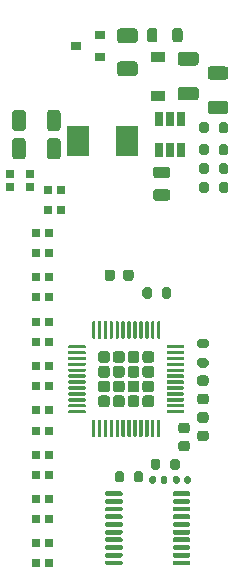
<source format=gbr>
%TF.GenerationSoftware,KiCad,Pcbnew,(5.1.9-0-10_14)*%
%TF.CreationDate,2021-01-20T14:18:15+11:00*%
%TF.ProjectId,ControlBreakout,436f6e74-726f-46c4-9272-65616b6f7574,rev?*%
%TF.SameCoordinates,Original*%
%TF.FileFunction,Paste,Top*%
%TF.FilePolarity,Positive*%
%FSLAX46Y46*%
G04 Gerber Fmt 4.6, Leading zero omitted, Abs format (unit mm)*
G04 Created by KiCad (PCBNEW (5.1.9-0-10_14)) date 2021-01-20 14:18:15*
%MOMM*%
%LPD*%
G01*
G04 APERTURE LIST*
%ADD10R,0.700000X0.800000*%
%ADD11R,0.650000X1.220000*%
%ADD12R,0.900000X0.800000*%
%ADD13R,1.900000X2.500000*%
%ADD14R,1.200000X0.900000*%
%ADD15R,0.800000X0.700000*%
G04 APERTURE END LIST*
%TO.C,U1*%
G36*
G01*
X118045000Y-114405000D02*
X118045000Y-114205000D01*
G75*
G02*
X118145000Y-114105000I100000J0D01*
G01*
X119420000Y-114105000D01*
G75*
G02*
X119520000Y-114205000I0J-100000D01*
G01*
X119520000Y-114405000D01*
G75*
G02*
X119420000Y-114505000I-100000J0D01*
G01*
X118145000Y-114505000D01*
G75*
G02*
X118045000Y-114405000I0J100000D01*
G01*
G37*
G36*
G01*
X118045000Y-115055000D02*
X118045000Y-114855000D01*
G75*
G02*
X118145000Y-114755000I100000J0D01*
G01*
X119420000Y-114755000D01*
G75*
G02*
X119520000Y-114855000I0J-100000D01*
G01*
X119520000Y-115055000D01*
G75*
G02*
X119420000Y-115155000I-100000J0D01*
G01*
X118145000Y-115155000D01*
G75*
G02*
X118045000Y-115055000I0J100000D01*
G01*
G37*
G36*
G01*
X118045000Y-115705000D02*
X118045000Y-115505000D01*
G75*
G02*
X118145000Y-115405000I100000J0D01*
G01*
X119420000Y-115405000D01*
G75*
G02*
X119520000Y-115505000I0J-100000D01*
G01*
X119520000Y-115705000D01*
G75*
G02*
X119420000Y-115805000I-100000J0D01*
G01*
X118145000Y-115805000D01*
G75*
G02*
X118045000Y-115705000I0J100000D01*
G01*
G37*
G36*
G01*
X118045000Y-116355000D02*
X118045000Y-116155000D01*
G75*
G02*
X118145000Y-116055000I100000J0D01*
G01*
X119420000Y-116055000D01*
G75*
G02*
X119520000Y-116155000I0J-100000D01*
G01*
X119520000Y-116355000D01*
G75*
G02*
X119420000Y-116455000I-100000J0D01*
G01*
X118145000Y-116455000D01*
G75*
G02*
X118045000Y-116355000I0J100000D01*
G01*
G37*
G36*
G01*
X118045000Y-117005000D02*
X118045000Y-116805000D01*
G75*
G02*
X118145000Y-116705000I100000J0D01*
G01*
X119420000Y-116705000D01*
G75*
G02*
X119520000Y-116805000I0J-100000D01*
G01*
X119520000Y-117005000D01*
G75*
G02*
X119420000Y-117105000I-100000J0D01*
G01*
X118145000Y-117105000D01*
G75*
G02*
X118045000Y-117005000I0J100000D01*
G01*
G37*
G36*
G01*
X118045000Y-117655000D02*
X118045000Y-117455000D01*
G75*
G02*
X118145000Y-117355000I100000J0D01*
G01*
X119420000Y-117355000D01*
G75*
G02*
X119520000Y-117455000I0J-100000D01*
G01*
X119520000Y-117655000D01*
G75*
G02*
X119420000Y-117755000I-100000J0D01*
G01*
X118145000Y-117755000D01*
G75*
G02*
X118045000Y-117655000I0J100000D01*
G01*
G37*
G36*
G01*
X118045000Y-118305000D02*
X118045000Y-118105000D01*
G75*
G02*
X118145000Y-118005000I100000J0D01*
G01*
X119420000Y-118005000D01*
G75*
G02*
X119520000Y-118105000I0J-100000D01*
G01*
X119520000Y-118305000D01*
G75*
G02*
X119420000Y-118405000I-100000J0D01*
G01*
X118145000Y-118405000D01*
G75*
G02*
X118045000Y-118305000I0J100000D01*
G01*
G37*
G36*
G01*
X118045000Y-118955000D02*
X118045000Y-118755000D01*
G75*
G02*
X118145000Y-118655000I100000J0D01*
G01*
X119420000Y-118655000D01*
G75*
G02*
X119520000Y-118755000I0J-100000D01*
G01*
X119520000Y-118955000D01*
G75*
G02*
X119420000Y-119055000I-100000J0D01*
G01*
X118145000Y-119055000D01*
G75*
G02*
X118045000Y-118955000I0J100000D01*
G01*
G37*
G36*
G01*
X118045000Y-119605000D02*
X118045000Y-119405000D01*
G75*
G02*
X118145000Y-119305000I100000J0D01*
G01*
X119420000Y-119305000D01*
G75*
G02*
X119520000Y-119405000I0J-100000D01*
G01*
X119520000Y-119605000D01*
G75*
G02*
X119420000Y-119705000I-100000J0D01*
G01*
X118145000Y-119705000D01*
G75*
G02*
X118045000Y-119605000I0J100000D01*
G01*
G37*
G36*
G01*
X118045000Y-120255000D02*
X118045000Y-120055000D01*
G75*
G02*
X118145000Y-119955000I100000J0D01*
G01*
X119420000Y-119955000D01*
G75*
G02*
X119520000Y-120055000I0J-100000D01*
G01*
X119520000Y-120255000D01*
G75*
G02*
X119420000Y-120355000I-100000J0D01*
G01*
X118145000Y-120355000D01*
G75*
G02*
X118045000Y-120255000I0J100000D01*
G01*
G37*
G36*
G01*
X112320000Y-120255000D02*
X112320000Y-120055000D01*
G75*
G02*
X112420000Y-119955000I100000J0D01*
G01*
X113695000Y-119955000D01*
G75*
G02*
X113795000Y-120055000I0J-100000D01*
G01*
X113795000Y-120255000D01*
G75*
G02*
X113695000Y-120355000I-100000J0D01*
G01*
X112420000Y-120355000D01*
G75*
G02*
X112320000Y-120255000I0J100000D01*
G01*
G37*
G36*
G01*
X112320000Y-119605000D02*
X112320000Y-119405000D01*
G75*
G02*
X112420000Y-119305000I100000J0D01*
G01*
X113695000Y-119305000D01*
G75*
G02*
X113795000Y-119405000I0J-100000D01*
G01*
X113795000Y-119605000D01*
G75*
G02*
X113695000Y-119705000I-100000J0D01*
G01*
X112420000Y-119705000D01*
G75*
G02*
X112320000Y-119605000I0J100000D01*
G01*
G37*
G36*
G01*
X112320000Y-118955000D02*
X112320000Y-118755000D01*
G75*
G02*
X112420000Y-118655000I100000J0D01*
G01*
X113695000Y-118655000D01*
G75*
G02*
X113795000Y-118755000I0J-100000D01*
G01*
X113795000Y-118955000D01*
G75*
G02*
X113695000Y-119055000I-100000J0D01*
G01*
X112420000Y-119055000D01*
G75*
G02*
X112320000Y-118955000I0J100000D01*
G01*
G37*
G36*
G01*
X112320000Y-118305000D02*
X112320000Y-118105000D01*
G75*
G02*
X112420000Y-118005000I100000J0D01*
G01*
X113695000Y-118005000D01*
G75*
G02*
X113795000Y-118105000I0J-100000D01*
G01*
X113795000Y-118305000D01*
G75*
G02*
X113695000Y-118405000I-100000J0D01*
G01*
X112420000Y-118405000D01*
G75*
G02*
X112320000Y-118305000I0J100000D01*
G01*
G37*
G36*
G01*
X112320000Y-117655000D02*
X112320000Y-117455000D01*
G75*
G02*
X112420000Y-117355000I100000J0D01*
G01*
X113695000Y-117355000D01*
G75*
G02*
X113795000Y-117455000I0J-100000D01*
G01*
X113795000Y-117655000D01*
G75*
G02*
X113695000Y-117755000I-100000J0D01*
G01*
X112420000Y-117755000D01*
G75*
G02*
X112320000Y-117655000I0J100000D01*
G01*
G37*
G36*
G01*
X112320000Y-117005000D02*
X112320000Y-116805000D01*
G75*
G02*
X112420000Y-116705000I100000J0D01*
G01*
X113695000Y-116705000D01*
G75*
G02*
X113795000Y-116805000I0J-100000D01*
G01*
X113795000Y-117005000D01*
G75*
G02*
X113695000Y-117105000I-100000J0D01*
G01*
X112420000Y-117105000D01*
G75*
G02*
X112320000Y-117005000I0J100000D01*
G01*
G37*
G36*
G01*
X112320000Y-116355000D02*
X112320000Y-116155000D01*
G75*
G02*
X112420000Y-116055000I100000J0D01*
G01*
X113695000Y-116055000D01*
G75*
G02*
X113795000Y-116155000I0J-100000D01*
G01*
X113795000Y-116355000D01*
G75*
G02*
X113695000Y-116455000I-100000J0D01*
G01*
X112420000Y-116455000D01*
G75*
G02*
X112320000Y-116355000I0J100000D01*
G01*
G37*
G36*
G01*
X112320000Y-115705000D02*
X112320000Y-115505000D01*
G75*
G02*
X112420000Y-115405000I100000J0D01*
G01*
X113695000Y-115405000D01*
G75*
G02*
X113795000Y-115505000I0J-100000D01*
G01*
X113795000Y-115705000D01*
G75*
G02*
X113695000Y-115805000I-100000J0D01*
G01*
X112420000Y-115805000D01*
G75*
G02*
X112320000Y-115705000I0J100000D01*
G01*
G37*
G36*
G01*
X112320000Y-115055000D02*
X112320000Y-114855000D01*
G75*
G02*
X112420000Y-114755000I100000J0D01*
G01*
X113695000Y-114755000D01*
G75*
G02*
X113795000Y-114855000I0J-100000D01*
G01*
X113795000Y-115055000D01*
G75*
G02*
X113695000Y-115155000I-100000J0D01*
G01*
X112420000Y-115155000D01*
G75*
G02*
X112320000Y-115055000I0J100000D01*
G01*
G37*
G36*
G01*
X112320000Y-114405000D02*
X112320000Y-114205000D01*
G75*
G02*
X112420000Y-114105000I100000J0D01*
G01*
X113695000Y-114105000D01*
G75*
G02*
X113795000Y-114205000I0J-100000D01*
G01*
X113795000Y-114405000D01*
G75*
G02*
X113695000Y-114505000I-100000J0D01*
G01*
X112420000Y-114505000D01*
G75*
G02*
X112320000Y-114405000I0J100000D01*
G01*
G37*
%TD*%
%TO.C,U4*%
G36*
G01*
X111970000Y-105970000D02*
X112480000Y-105970000D01*
G75*
G02*
X112730000Y-106220000I0J-250000D01*
G01*
X112730000Y-106730000D01*
G75*
G02*
X112480000Y-106980000I-250000J0D01*
G01*
X111970000Y-106980000D01*
G75*
G02*
X111720000Y-106730000I0J250000D01*
G01*
X111720000Y-106220000D01*
G75*
G02*
X111970000Y-105970000I250000J0D01*
G01*
G37*
G36*
G01*
X113220000Y-105970000D02*
X113730000Y-105970000D01*
G75*
G02*
X113980000Y-106220000I0J-250000D01*
G01*
X113980000Y-106730000D01*
G75*
G02*
X113730000Y-106980000I-250000J0D01*
G01*
X113220000Y-106980000D01*
G75*
G02*
X112970000Y-106730000I0J250000D01*
G01*
X112970000Y-106220000D01*
G75*
G02*
X113220000Y-105970000I250000J0D01*
G01*
G37*
G36*
G01*
X114470000Y-105970000D02*
X114980000Y-105970000D01*
G75*
G02*
X115230000Y-106220000I0J-250000D01*
G01*
X115230000Y-106730000D01*
G75*
G02*
X114980000Y-106980000I-250000J0D01*
G01*
X114470000Y-106980000D01*
G75*
G02*
X114220000Y-106730000I0J250000D01*
G01*
X114220000Y-106220000D01*
G75*
G02*
X114470000Y-105970000I250000J0D01*
G01*
G37*
G36*
G01*
X115720000Y-105970000D02*
X116230000Y-105970000D01*
G75*
G02*
X116480000Y-106220000I0J-250000D01*
G01*
X116480000Y-106730000D01*
G75*
G02*
X116230000Y-106980000I-250000J0D01*
G01*
X115720000Y-106980000D01*
G75*
G02*
X115470000Y-106730000I0J250000D01*
G01*
X115470000Y-106220000D01*
G75*
G02*
X115720000Y-105970000I250000J0D01*
G01*
G37*
G36*
G01*
X111970000Y-104720000D02*
X112480000Y-104720000D01*
G75*
G02*
X112730000Y-104970000I0J-250000D01*
G01*
X112730000Y-105480000D01*
G75*
G02*
X112480000Y-105730000I-250000J0D01*
G01*
X111970000Y-105730000D01*
G75*
G02*
X111720000Y-105480000I0J250000D01*
G01*
X111720000Y-104970000D01*
G75*
G02*
X111970000Y-104720000I250000J0D01*
G01*
G37*
G36*
G01*
X113220000Y-104720000D02*
X113730000Y-104720000D01*
G75*
G02*
X113980000Y-104970000I0J-250000D01*
G01*
X113980000Y-105480000D01*
G75*
G02*
X113730000Y-105730000I-250000J0D01*
G01*
X113220000Y-105730000D01*
G75*
G02*
X112970000Y-105480000I0J250000D01*
G01*
X112970000Y-104970000D01*
G75*
G02*
X113220000Y-104720000I250000J0D01*
G01*
G37*
G36*
G01*
X114470000Y-104720000D02*
X114980000Y-104720000D01*
G75*
G02*
X115230000Y-104970000I0J-250000D01*
G01*
X115230000Y-105480000D01*
G75*
G02*
X114980000Y-105730000I-250000J0D01*
G01*
X114470000Y-105730000D01*
G75*
G02*
X114220000Y-105480000I0J250000D01*
G01*
X114220000Y-104970000D01*
G75*
G02*
X114470000Y-104720000I250000J0D01*
G01*
G37*
G36*
G01*
X115720000Y-104720000D02*
X116230000Y-104720000D01*
G75*
G02*
X116480000Y-104970000I0J-250000D01*
G01*
X116480000Y-105480000D01*
G75*
G02*
X116230000Y-105730000I-250000J0D01*
G01*
X115720000Y-105730000D01*
G75*
G02*
X115470000Y-105480000I0J250000D01*
G01*
X115470000Y-104970000D01*
G75*
G02*
X115720000Y-104720000I250000J0D01*
G01*
G37*
G36*
G01*
X111970000Y-103470000D02*
X112480000Y-103470000D01*
G75*
G02*
X112730000Y-103720000I0J-250000D01*
G01*
X112730000Y-104230000D01*
G75*
G02*
X112480000Y-104480000I-250000J0D01*
G01*
X111970000Y-104480000D01*
G75*
G02*
X111720000Y-104230000I0J250000D01*
G01*
X111720000Y-103720000D01*
G75*
G02*
X111970000Y-103470000I250000J0D01*
G01*
G37*
G36*
G01*
X113220000Y-103470000D02*
X113730000Y-103470000D01*
G75*
G02*
X113980000Y-103720000I0J-250000D01*
G01*
X113980000Y-104230000D01*
G75*
G02*
X113730000Y-104480000I-250000J0D01*
G01*
X113220000Y-104480000D01*
G75*
G02*
X112970000Y-104230000I0J250000D01*
G01*
X112970000Y-103720000D01*
G75*
G02*
X113220000Y-103470000I250000J0D01*
G01*
G37*
G36*
G01*
X114470000Y-103470000D02*
X114980000Y-103470000D01*
G75*
G02*
X115230000Y-103720000I0J-250000D01*
G01*
X115230000Y-104230000D01*
G75*
G02*
X114980000Y-104480000I-250000J0D01*
G01*
X114470000Y-104480000D01*
G75*
G02*
X114220000Y-104230000I0J250000D01*
G01*
X114220000Y-103720000D01*
G75*
G02*
X114470000Y-103470000I250000J0D01*
G01*
G37*
G36*
G01*
X115720000Y-103470000D02*
X116230000Y-103470000D01*
G75*
G02*
X116480000Y-103720000I0J-250000D01*
G01*
X116480000Y-104230000D01*
G75*
G02*
X116230000Y-104480000I-250000J0D01*
G01*
X115720000Y-104480000D01*
G75*
G02*
X115470000Y-104230000I0J250000D01*
G01*
X115470000Y-103720000D01*
G75*
G02*
X115720000Y-103470000I250000J0D01*
G01*
G37*
G36*
G01*
X111970000Y-102220000D02*
X112480000Y-102220000D01*
G75*
G02*
X112730000Y-102470000I0J-250000D01*
G01*
X112730000Y-102980000D01*
G75*
G02*
X112480000Y-103230000I-250000J0D01*
G01*
X111970000Y-103230000D01*
G75*
G02*
X111720000Y-102980000I0J250000D01*
G01*
X111720000Y-102470000D01*
G75*
G02*
X111970000Y-102220000I250000J0D01*
G01*
G37*
G36*
G01*
X113220000Y-102220000D02*
X113730000Y-102220000D01*
G75*
G02*
X113980000Y-102470000I0J-250000D01*
G01*
X113980000Y-102980000D01*
G75*
G02*
X113730000Y-103230000I-250000J0D01*
G01*
X113220000Y-103230000D01*
G75*
G02*
X112970000Y-102980000I0J250000D01*
G01*
X112970000Y-102470000D01*
G75*
G02*
X113220000Y-102220000I250000J0D01*
G01*
G37*
G36*
G01*
X114470000Y-102220000D02*
X114980000Y-102220000D01*
G75*
G02*
X115230000Y-102470000I0J-250000D01*
G01*
X115230000Y-102980000D01*
G75*
G02*
X114980000Y-103230000I-250000J0D01*
G01*
X114470000Y-103230000D01*
G75*
G02*
X114220000Y-102980000I0J250000D01*
G01*
X114220000Y-102470000D01*
G75*
G02*
X114470000Y-102220000I250000J0D01*
G01*
G37*
G36*
G01*
X115720000Y-102220000D02*
X116230000Y-102220000D01*
G75*
G02*
X116480000Y-102470000I0J-250000D01*
G01*
X116480000Y-102980000D01*
G75*
G02*
X116230000Y-103230000I-250000J0D01*
G01*
X115720000Y-103230000D01*
G75*
G02*
X115470000Y-102980000I0J250000D01*
G01*
X115470000Y-102470000D01*
G75*
G02*
X115720000Y-102220000I250000J0D01*
G01*
G37*
G36*
G01*
X117600000Y-101700000D02*
X118925000Y-101700000D01*
G75*
G02*
X119000000Y-101775000I0J-75000D01*
G01*
X119000000Y-101925000D01*
G75*
G02*
X118925000Y-102000000I-75000J0D01*
G01*
X117600000Y-102000000D01*
G75*
G02*
X117525000Y-101925000I0J75000D01*
G01*
X117525000Y-101775000D01*
G75*
G02*
X117600000Y-101700000I75000J0D01*
G01*
G37*
G36*
G01*
X117600000Y-102200000D02*
X118925000Y-102200000D01*
G75*
G02*
X119000000Y-102275000I0J-75000D01*
G01*
X119000000Y-102425000D01*
G75*
G02*
X118925000Y-102500000I-75000J0D01*
G01*
X117600000Y-102500000D01*
G75*
G02*
X117525000Y-102425000I0J75000D01*
G01*
X117525000Y-102275000D01*
G75*
G02*
X117600000Y-102200000I75000J0D01*
G01*
G37*
G36*
G01*
X117600000Y-102700000D02*
X118925000Y-102700000D01*
G75*
G02*
X119000000Y-102775000I0J-75000D01*
G01*
X119000000Y-102925000D01*
G75*
G02*
X118925000Y-103000000I-75000J0D01*
G01*
X117600000Y-103000000D01*
G75*
G02*
X117525000Y-102925000I0J75000D01*
G01*
X117525000Y-102775000D01*
G75*
G02*
X117600000Y-102700000I75000J0D01*
G01*
G37*
G36*
G01*
X117600000Y-103200000D02*
X118925000Y-103200000D01*
G75*
G02*
X119000000Y-103275000I0J-75000D01*
G01*
X119000000Y-103425000D01*
G75*
G02*
X118925000Y-103500000I-75000J0D01*
G01*
X117600000Y-103500000D01*
G75*
G02*
X117525000Y-103425000I0J75000D01*
G01*
X117525000Y-103275000D01*
G75*
G02*
X117600000Y-103200000I75000J0D01*
G01*
G37*
G36*
G01*
X117600000Y-103700000D02*
X118925000Y-103700000D01*
G75*
G02*
X119000000Y-103775000I0J-75000D01*
G01*
X119000000Y-103925000D01*
G75*
G02*
X118925000Y-104000000I-75000J0D01*
G01*
X117600000Y-104000000D01*
G75*
G02*
X117525000Y-103925000I0J75000D01*
G01*
X117525000Y-103775000D01*
G75*
G02*
X117600000Y-103700000I75000J0D01*
G01*
G37*
G36*
G01*
X117600000Y-104200000D02*
X118925000Y-104200000D01*
G75*
G02*
X119000000Y-104275000I0J-75000D01*
G01*
X119000000Y-104425000D01*
G75*
G02*
X118925000Y-104500000I-75000J0D01*
G01*
X117600000Y-104500000D01*
G75*
G02*
X117525000Y-104425000I0J75000D01*
G01*
X117525000Y-104275000D01*
G75*
G02*
X117600000Y-104200000I75000J0D01*
G01*
G37*
G36*
G01*
X117600000Y-104700000D02*
X118925000Y-104700000D01*
G75*
G02*
X119000000Y-104775000I0J-75000D01*
G01*
X119000000Y-104925000D01*
G75*
G02*
X118925000Y-105000000I-75000J0D01*
G01*
X117600000Y-105000000D01*
G75*
G02*
X117525000Y-104925000I0J75000D01*
G01*
X117525000Y-104775000D01*
G75*
G02*
X117600000Y-104700000I75000J0D01*
G01*
G37*
G36*
G01*
X117600000Y-105200000D02*
X118925000Y-105200000D01*
G75*
G02*
X119000000Y-105275000I0J-75000D01*
G01*
X119000000Y-105425000D01*
G75*
G02*
X118925000Y-105500000I-75000J0D01*
G01*
X117600000Y-105500000D01*
G75*
G02*
X117525000Y-105425000I0J75000D01*
G01*
X117525000Y-105275000D01*
G75*
G02*
X117600000Y-105200000I75000J0D01*
G01*
G37*
G36*
G01*
X117600000Y-105700000D02*
X118925000Y-105700000D01*
G75*
G02*
X119000000Y-105775000I0J-75000D01*
G01*
X119000000Y-105925000D01*
G75*
G02*
X118925000Y-106000000I-75000J0D01*
G01*
X117600000Y-106000000D01*
G75*
G02*
X117525000Y-105925000I0J75000D01*
G01*
X117525000Y-105775000D01*
G75*
G02*
X117600000Y-105700000I75000J0D01*
G01*
G37*
G36*
G01*
X117600000Y-106200000D02*
X118925000Y-106200000D01*
G75*
G02*
X119000000Y-106275000I0J-75000D01*
G01*
X119000000Y-106425000D01*
G75*
G02*
X118925000Y-106500000I-75000J0D01*
G01*
X117600000Y-106500000D01*
G75*
G02*
X117525000Y-106425000I0J75000D01*
G01*
X117525000Y-106275000D01*
G75*
G02*
X117600000Y-106200000I75000J0D01*
G01*
G37*
G36*
G01*
X117600000Y-106700000D02*
X118925000Y-106700000D01*
G75*
G02*
X119000000Y-106775000I0J-75000D01*
G01*
X119000000Y-106925000D01*
G75*
G02*
X118925000Y-107000000I-75000J0D01*
G01*
X117600000Y-107000000D01*
G75*
G02*
X117525000Y-106925000I0J75000D01*
G01*
X117525000Y-106775000D01*
G75*
G02*
X117600000Y-106700000I75000J0D01*
G01*
G37*
G36*
G01*
X117600000Y-107200000D02*
X118925000Y-107200000D01*
G75*
G02*
X119000000Y-107275000I0J-75000D01*
G01*
X119000000Y-107425000D01*
G75*
G02*
X118925000Y-107500000I-75000J0D01*
G01*
X117600000Y-107500000D01*
G75*
G02*
X117525000Y-107425000I0J75000D01*
G01*
X117525000Y-107275000D01*
G75*
G02*
X117600000Y-107200000I75000J0D01*
G01*
G37*
G36*
G01*
X116775000Y-108025000D02*
X116925000Y-108025000D01*
G75*
G02*
X117000000Y-108100000I0J-75000D01*
G01*
X117000000Y-109425000D01*
G75*
G02*
X116925000Y-109500000I-75000J0D01*
G01*
X116775000Y-109500000D01*
G75*
G02*
X116700000Y-109425000I0J75000D01*
G01*
X116700000Y-108100000D01*
G75*
G02*
X116775000Y-108025000I75000J0D01*
G01*
G37*
G36*
G01*
X116275000Y-108025000D02*
X116425000Y-108025000D01*
G75*
G02*
X116500000Y-108100000I0J-75000D01*
G01*
X116500000Y-109425000D01*
G75*
G02*
X116425000Y-109500000I-75000J0D01*
G01*
X116275000Y-109500000D01*
G75*
G02*
X116200000Y-109425000I0J75000D01*
G01*
X116200000Y-108100000D01*
G75*
G02*
X116275000Y-108025000I75000J0D01*
G01*
G37*
G36*
G01*
X115775000Y-108025000D02*
X115925000Y-108025000D01*
G75*
G02*
X116000000Y-108100000I0J-75000D01*
G01*
X116000000Y-109425000D01*
G75*
G02*
X115925000Y-109500000I-75000J0D01*
G01*
X115775000Y-109500000D01*
G75*
G02*
X115700000Y-109425000I0J75000D01*
G01*
X115700000Y-108100000D01*
G75*
G02*
X115775000Y-108025000I75000J0D01*
G01*
G37*
G36*
G01*
X115275000Y-108025000D02*
X115425000Y-108025000D01*
G75*
G02*
X115500000Y-108100000I0J-75000D01*
G01*
X115500000Y-109425000D01*
G75*
G02*
X115425000Y-109500000I-75000J0D01*
G01*
X115275000Y-109500000D01*
G75*
G02*
X115200000Y-109425000I0J75000D01*
G01*
X115200000Y-108100000D01*
G75*
G02*
X115275000Y-108025000I75000J0D01*
G01*
G37*
G36*
G01*
X114775000Y-108025000D02*
X114925000Y-108025000D01*
G75*
G02*
X115000000Y-108100000I0J-75000D01*
G01*
X115000000Y-109425000D01*
G75*
G02*
X114925000Y-109500000I-75000J0D01*
G01*
X114775000Y-109500000D01*
G75*
G02*
X114700000Y-109425000I0J75000D01*
G01*
X114700000Y-108100000D01*
G75*
G02*
X114775000Y-108025000I75000J0D01*
G01*
G37*
G36*
G01*
X114275000Y-108025000D02*
X114425000Y-108025000D01*
G75*
G02*
X114500000Y-108100000I0J-75000D01*
G01*
X114500000Y-109425000D01*
G75*
G02*
X114425000Y-109500000I-75000J0D01*
G01*
X114275000Y-109500000D01*
G75*
G02*
X114200000Y-109425000I0J75000D01*
G01*
X114200000Y-108100000D01*
G75*
G02*
X114275000Y-108025000I75000J0D01*
G01*
G37*
G36*
G01*
X113775000Y-108025000D02*
X113925000Y-108025000D01*
G75*
G02*
X114000000Y-108100000I0J-75000D01*
G01*
X114000000Y-109425000D01*
G75*
G02*
X113925000Y-109500000I-75000J0D01*
G01*
X113775000Y-109500000D01*
G75*
G02*
X113700000Y-109425000I0J75000D01*
G01*
X113700000Y-108100000D01*
G75*
G02*
X113775000Y-108025000I75000J0D01*
G01*
G37*
G36*
G01*
X113275000Y-108025000D02*
X113425000Y-108025000D01*
G75*
G02*
X113500000Y-108100000I0J-75000D01*
G01*
X113500000Y-109425000D01*
G75*
G02*
X113425000Y-109500000I-75000J0D01*
G01*
X113275000Y-109500000D01*
G75*
G02*
X113200000Y-109425000I0J75000D01*
G01*
X113200000Y-108100000D01*
G75*
G02*
X113275000Y-108025000I75000J0D01*
G01*
G37*
G36*
G01*
X112775000Y-108025000D02*
X112925000Y-108025000D01*
G75*
G02*
X113000000Y-108100000I0J-75000D01*
G01*
X113000000Y-109425000D01*
G75*
G02*
X112925000Y-109500000I-75000J0D01*
G01*
X112775000Y-109500000D01*
G75*
G02*
X112700000Y-109425000I0J75000D01*
G01*
X112700000Y-108100000D01*
G75*
G02*
X112775000Y-108025000I75000J0D01*
G01*
G37*
G36*
G01*
X112275000Y-108025000D02*
X112425000Y-108025000D01*
G75*
G02*
X112500000Y-108100000I0J-75000D01*
G01*
X112500000Y-109425000D01*
G75*
G02*
X112425000Y-109500000I-75000J0D01*
G01*
X112275000Y-109500000D01*
G75*
G02*
X112200000Y-109425000I0J75000D01*
G01*
X112200000Y-108100000D01*
G75*
G02*
X112275000Y-108025000I75000J0D01*
G01*
G37*
G36*
G01*
X111775000Y-108025000D02*
X111925000Y-108025000D01*
G75*
G02*
X112000000Y-108100000I0J-75000D01*
G01*
X112000000Y-109425000D01*
G75*
G02*
X111925000Y-109500000I-75000J0D01*
G01*
X111775000Y-109500000D01*
G75*
G02*
X111700000Y-109425000I0J75000D01*
G01*
X111700000Y-108100000D01*
G75*
G02*
X111775000Y-108025000I75000J0D01*
G01*
G37*
G36*
G01*
X111275000Y-108025000D02*
X111425000Y-108025000D01*
G75*
G02*
X111500000Y-108100000I0J-75000D01*
G01*
X111500000Y-109425000D01*
G75*
G02*
X111425000Y-109500000I-75000J0D01*
G01*
X111275000Y-109500000D01*
G75*
G02*
X111200000Y-109425000I0J75000D01*
G01*
X111200000Y-108100000D01*
G75*
G02*
X111275000Y-108025000I75000J0D01*
G01*
G37*
G36*
G01*
X109275000Y-107200000D02*
X110600000Y-107200000D01*
G75*
G02*
X110675000Y-107275000I0J-75000D01*
G01*
X110675000Y-107425000D01*
G75*
G02*
X110600000Y-107500000I-75000J0D01*
G01*
X109275000Y-107500000D01*
G75*
G02*
X109200000Y-107425000I0J75000D01*
G01*
X109200000Y-107275000D01*
G75*
G02*
X109275000Y-107200000I75000J0D01*
G01*
G37*
G36*
G01*
X109275000Y-106700000D02*
X110600000Y-106700000D01*
G75*
G02*
X110675000Y-106775000I0J-75000D01*
G01*
X110675000Y-106925000D01*
G75*
G02*
X110600000Y-107000000I-75000J0D01*
G01*
X109275000Y-107000000D01*
G75*
G02*
X109200000Y-106925000I0J75000D01*
G01*
X109200000Y-106775000D01*
G75*
G02*
X109275000Y-106700000I75000J0D01*
G01*
G37*
G36*
G01*
X109275000Y-106200000D02*
X110600000Y-106200000D01*
G75*
G02*
X110675000Y-106275000I0J-75000D01*
G01*
X110675000Y-106425000D01*
G75*
G02*
X110600000Y-106500000I-75000J0D01*
G01*
X109275000Y-106500000D01*
G75*
G02*
X109200000Y-106425000I0J75000D01*
G01*
X109200000Y-106275000D01*
G75*
G02*
X109275000Y-106200000I75000J0D01*
G01*
G37*
G36*
G01*
X109275000Y-105700000D02*
X110600000Y-105700000D01*
G75*
G02*
X110675000Y-105775000I0J-75000D01*
G01*
X110675000Y-105925000D01*
G75*
G02*
X110600000Y-106000000I-75000J0D01*
G01*
X109275000Y-106000000D01*
G75*
G02*
X109200000Y-105925000I0J75000D01*
G01*
X109200000Y-105775000D01*
G75*
G02*
X109275000Y-105700000I75000J0D01*
G01*
G37*
G36*
G01*
X109275000Y-105200000D02*
X110600000Y-105200000D01*
G75*
G02*
X110675000Y-105275000I0J-75000D01*
G01*
X110675000Y-105425000D01*
G75*
G02*
X110600000Y-105500000I-75000J0D01*
G01*
X109275000Y-105500000D01*
G75*
G02*
X109200000Y-105425000I0J75000D01*
G01*
X109200000Y-105275000D01*
G75*
G02*
X109275000Y-105200000I75000J0D01*
G01*
G37*
G36*
G01*
X109275000Y-104700000D02*
X110600000Y-104700000D01*
G75*
G02*
X110675000Y-104775000I0J-75000D01*
G01*
X110675000Y-104925000D01*
G75*
G02*
X110600000Y-105000000I-75000J0D01*
G01*
X109275000Y-105000000D01*
G75*
G02*
X109200000Y-104925000I0J75000D01*
G01*
X109200000Y-104775000D01*
G75*
G02*
X109275000Y-104700000I75000J0D01*
G01*
G37*
G36*
G01*
X109275000Y-104200000D02*
X110600000Y-104200000D01*
G75*
G02*
X110675000Y-104275000I0J-75000D01*
G01*
X110675000Y-104425000D01*
G75*
G02*
X110600000Y-104500000I-75000J0D01*
G01*
X109275000Y-104500000D01*
G75*
G02*
X109200000Y-104425000I0J75000D01*
G01*
X109200000Y-104275000D01*
G75*
G02*
X109275000Y-104200000I75000J0D01*
G01*
G37*
G36*
G01*
X109275000Y-103700000D02*
X110600000Y-103700000D01*
G75*
G02*
X110675000Y-103775000I0J-75000D01*
G01*
X110675000Y-103925000D01*
G75*
G02*
X110600000Y-104000000I-75000J0D01*
G01*
X109275000Y-104000000D01*
G75*
G02*
X109200000Y-103925000I0J75000D01*
G01*
X109200000Y-103775000D01*
G75*
G02*
X109275000Y-103700000I75000J0D01*
G01*
G37*
G36*
G01*
X109275000Y-103200000D02*
X110600000Y-103200000D01*
G75*
G02*
X110675000Y-103275000I0J-75000D01*
G01*
X110675000Y-103425000D01*
G75*
G02*
X110600000Y-103500000I-75000J0D01*
G01*
X109275000Y-103500000D01*
G75*
G02*
X109200000Y-103425000I0J75000D01*
G01*
X109200000Y-103275000D01*
G75*
G02*
X109275000Y-103200000I75000J0D01*
G01*
G37*
G36*
G01*
X109275000Y-102700000D02*
X110600000Y-102700000D01*
G75*
G02*
X110675000Y-102775000I0J-75000D01*
G01*
X110675000Y-102925000D01*
G75*
G02*
X110600000Y-103000000I-75000J0D01*
G01*
X109275000Y-103000000D01*
G75*
G02*
X109200000Y-102925000I0J75000D01*
G01*
X109200000Y-102775000D01*
G75*
G02*
X109275000Y-102700000I75000J0D01*
G01*
G37*
G36*
G01*
X109275000Y-102200000D02*
X110600000Y-102200000D01*
G75*
G02*
X110675000Y-102275000I0J-75000D01*
G01*
X110675000Y-102425000D01*
G75*
G02*
X110600000Y-102500000I-75000J0D01*
G01*
X109275000Y-102500000D01*
G75*
G02*
X109200000Y-102425000I0J75000D01*
G01*
X109200000Y-102275000D01*
G75*
G02*
X109275000Y-102200000I75000J0D01*
G01*
G37*
G36*
G01*
X109275000Y-101700000D02*
X110600000Y-101700000D01*
G75*
G02*
X110675000Y-101775000I0J-75000D01*
G01*
X110675000Y-101925000D01*
G75*
G02*
X110600000Y-102000000I-75000J0D01*
G01*
X109275000Y-102000000D01*
G75*
G02*
X109200000Y-101925000I0J75000D01*
G01*
X109200000Y-101775000D01*
G75*
G02*
X109275000Y-101700000I75000J0D01*
G01*
G37*
G36*
G01*
X111275000Y-99700000D02*
X111425000Y-99700000D01*
G75*
G02*
X111500000Y-99775000I0J-75000D01*
G01*
X111500000Y-101100000D01*
G75*
G02*
X111425000Y-101175000I-75000J0D01*
G01*
X111275000Y-101175000D01*
G75*
G02*
X111200000Y-101100000I0J75000D01*
G01*
X111200000Y-99775000D01*
G75*
G02*
X111275000Y-99700000I75000J0D01*
G01*
G37*
G36*
G01*
X111775000Y-99700000D02*
X111925000Y-99700000D01*
G75*
G02*
X112000000Y-99775000I0J-75000D01*
G01*
X112000000Y-101100000D01*
G75*
G02*
X111925000Y-101175000I-75000J0D01*
G01*
X111775000Y-101175000D01*
G75*
G02*
X111700000Y-101100000I0J75000D01*
G01*
X111700000Y-99775000D01*
G75*
G02*
X111775000Y-99700000I75000J0D01*
G01*
G37*
G36*
G01*
X112275000Y-99700000D02*
X112425000Y-99700000D01*
G75*
G02*
X112500000Y-99775000I0J-75000D01*
G01*
X112500000Y-101100000D01*
G75*
G02*
X112425000Y-101175000I-75000J0D01*
G01*
X112275000Y-101175000D01*
G75*
G02*
X112200000Y-101100000I0J75000D01*
G01*
X112200000Y-99775000D01*
G75*
G02*
X112275000Y-99700000I75000J0D01*
G01*
G37*
G36*
G01*
X112775000Y-99700000D02*
X112925000Y-99700000D01*
G75*
G02*
X113000000Y-99775000I0J-75000D01*
G01*
X113000000Y-101100000D01*
G75*
G02*
X112925000Y-101175000I-75000J0D01*
G01*
X112775000Y-101175000D01*
G75*
G02*
X112700000Y-101100000I0J75000D01*
G01*
X112700000Y-99775000D01*
G75*
G02*
X112775000Y-99700000I75000J0D01*
G01*
G37*
G36*
G01*
X113275000Y-99700000D02*
X113425000Y-99700000D01*
G75*
G02*
X113500000Y-99775000I0J-75000D01*
G01*
X113500000Y-101100000D01*
G75*
G02*
X113425000Y-101175000I-75000J0D01*
G01*
X113275000Y-101175000D01*
G75*
G02*
X113200000Y-101100000I0J75000D01*
G01*
X113200000Y-99775000D01*
G75*
G02*
X113275000Y-99700000I75000J0D01*
G01*
G37*
G36*
G01*
X113775000Y-99700000D02*
X113925000Y-99700000D01*
G75*
G02*
X114000000Y-99775000I0J-75000D01*
G01*
X114000000Y-101100000D01*
G75*
G02*
X113925000Y-101175000I-75000J0D01*
G01*
X113775000Y-101175000D01*
G75*
G02*
X113700000Y-101100000I0J75000D01*
G01*
X113700000Y-99775000D01*
G75*
G02*
X113775000Y-99700000I75000J0D01*
G01*
G37*
G36*
G01*
X114275000Y-99700000D02*
X114425000Y-99700000D01*
G75*
G02*
X114500000Y-99775000I0J-75000D01*
G01*
X114500000Y-101100000D01*
G75*
G02*
X114425000Y-101175000I-75000J0D01*
G01*
X114275000Y-101175000D01*
G75*
G02*
X114200000Y-101100000I0J75000D01*
G01*
X114200000Y-99775000D01*
G75*
G02*
X114275000Y-99700000I75000J0D01*
G01*
G37*
G36*
G01*
X114775000Y-99700000D02*
X114925000Y-99700000D01*
G75*
G02*
X115000000Y-99775000I0J-75000D01*
G01*
X115000000Y-101100000D01*
G75*
G02*
X114925000Y-101175000I-75000J0D01*
G01*
X114775000Y-101175000D01*
G75*
G02*
X114700000Y-101100000I0J75000D01*
G01*
X114700000Y-99775000D01*
G75*
G02*
X114775000Y-99700000I75000J0D01*
G01*
G37*
G36*
G01*
X115275000Y-99700000D02*
X115425000Y-99700000D01*
G75*
G02*
X115500000Y-99775000I0J-75000D01*
G01*
X115500000Y-101100000D01*
G75*
G02*
X115425000Y-101175000I-75000J0D01*
G01*
X115275000Y-101175000D01*
G75*
G02*
X115200000Y-101100000I0J75000D01*
G01*
X115200000Y-99775000D01*
G75*
G02*
X115275000Y-99700000I75000J0D01*
G01*
G37*
G36*
G01*
X115775000Y-99700000D02*
X115925000Y-99700000D01*
G75*
G02*
X116000000Y-99775000I0J-75000D01*
G01*
X116000000Y-101100000D01*
G75*
G02*
X115925000Y-101175000I-75000J0D01*
G01*
X115775000Y-101175000D01*
G75*
G02*
X115700000Y-101100000I0J75000D01*
G01*
X115700000Y-99775000D01*
G75*
G02*
X115775000Y-99700000I75000J0D01*
G01*
G37*
G36*
G01*
X116275000Y-99700000D02*
X116425000Y-99700000D01*
G75*
G02*
X116500000Y-99775000I0J-75000D01*
G01*
X116500000Y-101100000D01*
G75*
G02*
X116425000Y-101175000I-75000J0D01*
G01*
X116275000Y-101175000D01*
G75*
G02*
X116200000Y-101100000I0J75000D01*
G01*
X116200000Y-99775000D01*
G75*
G02*
X116275000Y-99700000I75000J0D01*
G01*
G37*
G36*
G01*
X116775000Y-99700000D02*
X116925000Y-99700000D01*
G75*
G02*
X117000000Y-99775000I0J-75000D01*
G01*
X117000000Y-101100000D01*
G75*
G02*
X116925000Y-101175000I-75000J0D01*
G01*
X116775000Y-101175000D01*
G75*
G02*
X116700000Y-101100000I0J75000D01*
G01*
X116700000Y-99775000D01*
G75*
G02*
X116775000Y-99700000I75000J0D01*
G01*
G37*
%TD*%
%TO.C,R9*%
G36*
G01*
X117825000Y-112075000D02*
X117825000Y-111525000D01*
G75*
G02*
X118025000Y-111325000I200000J0D01*
G01*
X118425000Y-111325000D01*
G75*
G02*
X118625000Y-111525000I0J-200000D01*
G01*
X118625000Y-112075000D01*
G75*
G02*
X118425000Y-112275000I-200000J0D01*
G01*
X118025000Y-112275000D01*
G75*
G02*
X117825000Y-112075000I0J200000D01*
G01*
G37*
G36*
G01*
X116175000Y-112075000D02*
X116175000Y-111525000D01*
G75*
G02*
X116375000Y-111325000I200000J0D01*
G01*
X116775000Y-111325000D01*
G75*
G02*
X116975000Y-111525000I0J-200000D01*
G01*
X116975000Y-112075000D01*
G75*
G02*
X116775000Y-112275000I-200000J0D01*
G01*
X116375000Y-112275000D01*
G75*
G02*
X116175000Y-112075000I0J200000D01*
G01*
G37*
%TD*%
%TO.C,C9*%
G36*
G01*
X120350000Y-108950000D02*
X120850000Y-108950000D01*
G75*
G02*
X121075000Y-109175000I0J-225000D01*
G01*
X121075000Y-109625000D01*
G75*
G02*
X120850000Y-109850000I-225000J0D01*
G01*
X120350000Y-109850000D01*
G75*
G02*
X120125000Y-109625000I0J225000D01*
G01*
X120125000Y-109175000D01*
G75*
G02*
X120350000Y-108950000I225000J0D01*
G01*
G37*
G36*
G01*
X120350000Y-107400000D02*
X120850000Y-107400000D01*
G75*
G02*
X121075000Y-107625000I0J-225000D01*
G01*
X121075000Y-108075000D01*
G75*
G02*
X120850000Y-108300000I-225000J0D01*
G01*
X120350000Y-108300000D01*
G75*
G02*
X120125000Y-108075000I0J225000D01*
G01*
X120125000Y-107625000D01*
G75*
G02*
X120350000Y-107400000I225000J0D01*
G01*
G37*
%TD*%
%TO.C,R1*%
G36*
G01*
X120875000Y-101975000D02*
X120325000Y-101975000D01*
G75*
G02*
X120125000Y-101775000I0J200000D01*
G01*
X120125000Y-101375000D01*
G75*
G02*
X120325000Y-101175000I200000J0D01*
G01*
X120875000Y-101175000D01*
G75*
G02*
X121075000Y-101375000I0J-200000D01*
G01*
X121075000Y-101775000D01*
G75*
G02*
X120875000Y-101975000I-200000J0D01*
G01*
G37*
G36*
G01*
X120875000Y-103625000D02*
X120325000Y-103625000D01*
G75*
G02*
X120125000Y-103425000I0J200000D01*
G01*
X120125000Y-103025000D01*
G75*
G02*
X120325000Y-102825000I200000J0D01*
G01*
X120875000Y-102825000D01*
G75*
G02*
X121075000Y-103025000I0J-200000D01*
G01*
X121075000Y-103425000D01*
G75*
G02*
X120875000Y-103625000I-200000J0D01*
G01*
G37*
%TD*%
%TO.C,C8*%
G36*
G01*
X105600000Y-82049999D02*
X105600000Y-83350001D01*
G75*
G02*
X105350001Y-83600000I-249999J0D01*
G01*
X104699999Y-83600000D01*
G75*
G02*
X104450000Y-83350001I0J249999D01*
G01*
X104450000Y-82049999D01*
G75*
G02*
X104699999Y-81800000I249999J0D01*
G01*
X105350001Y-81800000D01*
G75*
G02*
X105600000Y-82049999I0J-249999D01*
G01*
G37*
G36*
G01*
X108550000Y-82049999D02*
X108550000Y-83350001D01*
G75*
G02*
X108300001Y-83600000I-249999J0D01*
G01*
X107649999Y-83600000D01*
G75*
G02*
X107400000Y-83350001I0J249999D01*
G01*
X107400000Y-82049999D01*
G75*
G02*
X107649999Y-81800000I249999J0D01*
G01*
X108300001Y-81800000D01*
G75*
G02*
X108550000Y-82049999I0J-249999D01*
G01*
G37*
%TD*%
%TO.C,C7*%
G36*
G01*
X105600000Y-84449999D02*
X105600000Y-85750001D01*
G75*
G02*
X105350001Y-86000000I-249999J0D01*
G01*
X104699999Y-86000000D01*
G75*
G02*
X104450000Y-85750001I0J249999D01*
G01*
X104450000Y-84449999D01*
G75*
G02*
X104699999Y-84200000I249999J0D01*
G01*
X105350001Y-84200000D01*
G75*
G02*
X105600000Y-84449999I0J-249999D01*
G01*
G37*
G36*
G01*
X108550000Y-84449999D02*
X108550000Y-85750001D01*
G75*
G02*
X108300001Y-86000000I-249999J0D01*
G01*
X107649999Y-86000000D01*
G75*
G02*
X107400000Y-85750001I0J249999D01*
G01*
X107400000Y-84449999D01*
G75*
G02*
X107649999Y-84200000I249999J0D01*
G01*
X108300001Y-84200000D01*
G75*
G02*
X108550000Y-84449999I0J-249999D01*
G01*
G37*
%TD*%
%TO.C,C5*%
G36*
G01*
X120850000Y-105175000D02*
X120350000Y-105175000D01*
G75*
G02*
X120125000Y-104950000I0J225000D01*
G01*
X120125000Y-104500000D01*
G75*
G02*
X120350000Y-104275000I225000J0D01*
G01*
X120850000Y-104275000D01*
G75*
G02*
X121075000Y-104500000I0J-225000D01*
G01*
X121075000Y-104950000D01*
G75*
G02*
X120850000Y-105175000I-225000J0D01*
G01*
G37*
G36*
G01*
X120850000Y-106725000D02*
X120350000Y-106725000D01*
G75*
G02*
X120125000Y-106500000I0J225000D01*
G01*
X120125000Y-106050000D01*
G75*
G02*
X120350000Y-105825000I225000J0D01*
G01*
X120850000Y-105825000D01*
G75*
G02*
X121075000Y-106050000I0J-225000D01*
G01*
X121075000Y-106500000D01*
G75*
G02*
X120850000Y-106725000I-225000J0D01*
G01*
G37*
%TD*%
%TO.C,C3*%
G36*
G01*
X118750000Y-109825000D02*
X119250000Y-109825000D01*
G75*
G02*
X119475000Y-110050000I0J-225000D01*
G01*
X119475000Y-110500000D01*
G75*
G02*
X119250000Y-110725000I-225000J0D01*
G01*
X118750000Y-110725000D01*
G75*
G02*
X118525000Y-110500000I0J225000D01*
G01*
X118525000Y-110050000D01*
G75*
G02*
X118750000Y-109825000I225000J0D01*
G01*
G37*
G36*
G01*
X118750000Y-108275000D02*
X119250000Y-108275000D01*
G75*
G02*
X119475000Y-108500000I0J-225000D01*
G01*
X119475000Y-108950000D01*
G75*
G02*
X119250000Y-109175000I-225000J0D01*
G01*
X118750000Y-109175000D01*
G75*
G02*
X118525000Y-108950000I0J225000D01*
G01*
X118525000Y-108500000D01*
G75*
G02*
X118750000Y-108275000I225000J0D01*
G01*
G37*
%TD*%
D10*
%TO.C,D6*%
X106450000Y-103450000D03*
X106450000Y-105150000D03*
X107550000Y-105150000D03*
X107550000Y-103450000D03*
%TD*%
%TO.C,D3*%
X106450000Y-92225000D03*
X106450000Y-93925000D03*
X107550000Y-93925000D03*
X107550000Y-92225000D03*
%TD*%
%TO.C,C6*%
G36*
G01*
X116630000Y-88500000D02*
X117580000Y-88500000D01*
G75*
G02*
X117830000Y-88750000I0J-250000D01*
G01*
X117830000Y-89250000D01*
G75*
G02*
X117580000Y-89500000I-250000J0D01*
G01*
X116630000Y-89500000D01*
G75*
G02*
X116380000Y-89250000I0J250000D01*
G01*
X116380000Y-88750000D01*
G75*
G02*
X116630000Y-88500000I250000J0D01*
G01*
G37*
G36*
G01*
X116630000Y-86600000D02*
X117580000Y-86600000D01*
G75*
G02*
X117830000Y-86850000I0J-250000D01*
G01*
X117830000Y-87350000D01*
G75*
G02*
X117580000Y-87600000I-250000J0D01*
G01*
X116630000Y-87600000D01*
G75*
G02*
X116380000Y-87350000I0J250000D01*
G01*
X116380000Y-86850000D01*
G75*
G02*
X116630000Y-86600000I250000J0D01*
G01*
G37*
%TD*%
%TO.C,C4*%
G36*
G01*
X118699999Y-79850000D02*
X120000001Y-79850000D01*
G75*
G02*
X120250000Y-80099999I0J-249999D01*
G01*
X120250000Y-80750001D01*
G75*
G02*
X120000001Y-81000000I-249999J0D01*
G01*
X118699999Y-81000000D01*
G75*
G02*
X118450000Y-80750001I0J249999D01*
G01*
X118450000Y-80099999D01*
G75*
G02*
X118699999Y-79850000I249999J0D01*
G01*
G37*
G36*
G01*
X118699999Y-76900000D02*
X120000001Y-76900000D01*
G75*
G02*
X120250000Y-77149999I0J-249999D01*
G01*
X120250000Y-77800001D01*
G75*
G02*
X120000001Y-78050000I-249999J0D01*
G01*
X118699999Y-78050000D01*
G75*
G02*
X118450000Y-77800001I0J249999D01*
G01*
X118450000Y-77149999D01*
G75*
G02*
X118699999Y-76900000I249999J0D01*
G01*
G37*
%TD*%
D11*
%TO.C,U3*%
X116875000Y-82615000D03*
X117825000Y-82615000D03*
X118775000Y-82615000D03*
X118775000Y-85235000D03*
X117825000Y-85235000D03*
X116875000Y-85235000D03*
%TD*%
%TO.C,R8*%
G36*
G01*
X117125000Y-97575000D02*
X117125000Y-97025000D01*
G75*
G02*
X117325000Y-96825000I200000J0D01*
G01*
X117725000Y-96825000D01*
G75*
G02*
X117925000Y-97025000I0J-200000D01*
G01*
X117925000Y-97575000D01*
G75*
G02*
X117725000Y-97775000I-200000J0D01*
G01*
X117325000Y-97775000D01*
G75*
G02*
X117125000Y-97575000I0J200000D01*
G01*
G37*
G36*
G01*
X115475000Y-97575000D02*
X115475000Y-97025000D01*
G75*
G02*
X115675000Y-96825000I200000J0D01*
G01*
X116075000Y-96825000D01*
G75*
G02*
X116275000Y-97025000I0J-200000D01*
G01*
X116275000Y-97575000D01*
G75*
G02*
X116075000Y-97775000I-200000J0D01*
G01*
X115675000Y-97775000D01*
G75*
G02*
X115475000Y-97575000I0J200000D01*
G01*
G37*
%TD*%
%TO.C,R7*%
G36*
G01*
X122755000Y-88100000D02*
X122755000Y-88650000D01*
G75*
G02*
X122555000Y-88850000I-200000J0D01*
G01*
X122155000Y-88850000D01*
G75*
G02*
X121955000Y-88650000I0J200000D01*
G01*
X121955000Y-88100000D01*
G75*
G02*
X122155000Y-87900000I200000J0D01*
G01*
X122555000Y-87900000D01*
G75*
G02*
X122755000Y-88100000I0J-200000D01*
G01*
G37*
G36*
G01*
X121105000Y-88100000D02*
X121105000Y-88650000D01*
G75*
G02*
X120905000Y-88850000I-200000J0D01*
G01*
X120505000Y-88850000D01*
G75*
G02*
X120305000Y-88650000I0J200000D01*
G01*
X120305000Y-88100000D01*
G75*
G02*
X120505000Y-87900000I200000J0D01*
G01*
X120905000Y-87900000D01*
G75*
G02*
X121105000Y-88100000I0J-200000D01*
G01*
G37*
%TD*%
%TO.C,R6*%
G36*
G01*
X121955000Y-87050000D02*
X121955000Y-86500000D01*
G75*
G02*
X122155000Y-86300000I200000J0D01*
G01*
X122555000Y-86300000D01*
G75*
G02*
X122755000Y-86500000I0J-200000D01*
G01*
X122755000Y-87050000D01*
G75*
G02*
X122555000Y-87250000I-200000J0D01*
G01*
X122155000Y-87250000D01*
G75*
G02*
X121955000Y-87050000I0J200000D01*
G01*
G37*
G36*
G01*
X120305000Y-87050000D02*
X120305000Y-86500000D01*
G75*
G02*
X120505000Y-86300000I200000J0D01*
G01*
X120905000Y-86300000D01*
G75*
G02*
X121105000Y-86500000I0J-200000D01*
G01*
X121105000Y-87050000D01*
G75*
G02*
X120905000Y-87250000I-200000J0D01*
G01*
X120505000Y-87250000D01*
G75*
G02*
X120305000Y-87050000I0J200000D01*
G01*
G37*
%TD*%
%TO.C,R5*%
G36*
G01*
X121105000Y-84900000D02*
X121105000Y-85450000D01*
G75*
G02*
X120905000Y-85650000I-200000J0D01*
G01*
X120505000Y-85650000D01*
G75*
G02*
X120305000Y-85450000I0J200000D01*
G01*
X120305000Y-84900000D01*
G75*
G02*
X120505000Y-84700000I200000J0D01*
G01*
X120905000Y-84700000D01*
G75*
G02*
X121105000Y-84900000I0J-200000D01*
G01*
G37*
G36*
G01*
X122755000Y-84900000D02*
X122755000Y-85450000D01*
G75*
G02*
X122555000Y-85650000I-200000J0D01*
G01*
X122155000Y-85650000D01*
G75*
G02*
X121955000Y-85450000I0J200000D01*
G01*
X121955000Y-84900000D01*
G75*
G02*
X122155000Y-84700000I200000J0D01*
G01*
X122555000Y-84700000D01*
G75*
G02*
X122755000Y-84900000I0J-200000D01*
G01*
G37*
%TD*%
%TO.C,R4*%
G36*
G01*
X121100000Y-83050000D02*
X121100000Y-83600000D01*
G75*
G02*
X120900000Y-83800000I-200000J0D01*
G01*
X120500000Y-83800000D01*
G75*
G02*
X120300000Y-83600000I0J200000D01*
G01*
X120300000Y-83050000D01*
G75*
G02*
X120500000Y-82850000I200000J0D01*
G01*
X120900000Y-82850000D01*
G75*
G02*
X121100000Y-83050000I0J-200000D01*
G01*
G37*
G36*
G01*
X122750000Y-83050000D02*
X122750000Y-83600000D01*
G75*
G02*
X122550000Y-83800000I-200000J0D01*
G01*
X122150000Y-83800000D01*
G75*
G02*
X121950000Y-83600000I0J200000D01*
G01*
X121950000Y-83050000D01*
G75*
G02*
X122150000Y-82850000I200000J0D01*
G01*
X122550000Y-82850000D01*
G75*
G02*
X122750000Y-83050000I0J-200000D01*
G01*
G37*
%TD*%
%TO.C,R3*%
G36*
G01*
X121249997Y-81050000D02*
X122500003Y-81050000D01*
G75*
G02*
X122750000Y-81299997I0J-249997D01*
G01*
X122750000Y-81925003D01*
G75*
G02*
X122500003Y-82175000I-249997J0D01*
G01*
X121249997Y-82175000D01*
G75*
G02*
X121000000Y-81925003I0J249997D01*
G01*
X121000000Y-81299997D01*
G75*
G02*
X121249997Y-81050000I249997J0D01*
G01*
G37*
G36*
G01*
X121249997Y-78125000D02*
X122500003Y-78125000D01*
G75*
G02*
X122750000Y-78374997I0J-249997D01*
G01*
X122750000Y-79000003D01*
G75*
G02*
X122500003Y-79250000I-249997J0D01*
G01*
X121249997Y-79250000D01*
G75*
G02*
X121000000Y-79000003I0J249997D01*
G01*
X121000000Y-78374997D01*
G75*
G02*
X121249997Y-78125000I249997J0D01*
G01*
G37*
%TD*%
%TO.C,R2*%
G36*
G01*
X113915000Y-112595000D02*
X113915000Y-113145000D01*
G75*
G02*
X113715000Y-113345000I-200000J0D01*
G01*
X113315000Y-113345000D01*
G75*
G02*
X113115000Y-113145000I0J200000D01*
G01*
X113115000Y-112595000D01*
G75*
G02*
X113315000Y-112395000I200000J0D01*
G01*
X113715000Y-112395000D01*
G75*
G02*
X113915000Y-112595000I0J-200000D01*
G01*
G37*
G36*
G01*
X115565000Y-112595000D02*
X115565000Y-113145000D01*
G75*
G02*
X115365000Y-113345000I-200000J0D01*
G01*
X114965000Y-113345000D01*
G75*
G02*
X114765000Y-113145000I0J200000D01*
G01*
X114765000Y-112595000D01*
G75*
G02*
X114965000Y-112395000I200000J0D01*
G01*
X115365000Y-112395000D01*
G75*
G02*
X115565000Y-112595000I0J-200000D01*
G01*
G37*
%TD*%
D12*
%TO.C,Q1*%
X109850000Y-76400000D03*
X111850000Y-75450000D03*
X111850000Y-77350000D03*
%TD*%
D13*
%TO.C,L1*%
X110050000Y-84400000D03*
X114150000Y-84400000D03*
%TD*%
%TO.C,FB1*%
G36*
G01*
X116750000Y-75093750D02*
X116750000Y-75856250D01*
G75*
G02*
X116531250Y-76075000I-218750J0D01*
G01*
X116093750Y-76075000D01*
G75*
G02*
X115875000Y-75856250I0J218750D01*
G01*
X115875000Y-75093750D01*
G75*
G02*
X116093750Y-74875000I218750J0D01*
G01*
X116531250Y-74875000D01*
G75*
G02*
X116750000Y-75093750I0J-218750D01*
G01*
G37*
G36*
G01*
X118875000Y-75093750D02*
X118875000Y-75856250D01*
G75*
G02*
X118656250Y-76075000I-218750J0D01*
G01*
X118218750Y-76075000D01*
G75*
G02*
X118000000Y-75856250I0J218750D01*
G01*
X118000000Y-75093750D01*
G75*
G02*
X118218750Y-74875000I218750J0D01*
G01*
X118656250Y-74875000D01*
G75*
G02*
X118875000Y-75093750I0J-218750D01*
G01*
G37*
%TD*%
%TO.C,F1*%
G36*
G01*
X113575000Y-77700000D02*
X114825000Y-77700000D01*
G75*
G02*
X115075000Y-77950000I0J-250000D01*
G01*
X115075000Y-78700000D01*
G75*
G02*
X114825000Y-78950000I-250000J0D01*
G01*
X113575000Y-78950000D01*
G75*
G02*
X113325000Y-78700000I0J250000D01*
G01*
X113325000Y-77950000D01*
G75*
G02*
X113575000Y-77700000I250000J0D01*
G01*
G37*
G36*
G01*
X113575000Y-74900000D02*
X114825000Y-74900000D01*
G75*
G02*
X115075000Y-75150000I0J-250000D01*
G01*
X115075000Y-75900000D01*
G75*
G02*
X114825000Y-76150000I-250000J0D01*
G01*
X113575000Y-76150000D01*
G75*
G02*
X113325000Y-75900000I0J250000D01*
G01*
X113325000Y-75150000D01*
G75*
G02*
X113575000Y-74900000I250000J0D01*
G01*
G37*
%TD*%
%TO.C,D12*%
G36*
G01*
X113150000Y-95543750D02*
X113150000Y-96056250D01*
G75*
G02*
X112931250Y-96275000I-218750J0D01*
G01*
X112493750Y-96275000D01*
G75*
G02*
X112275000Y-96056250I0J218750D01*
G01*
X112275000Y-95543750D01*
G75*
G02*
X112493750Y-95325000I218750J0D01*
G01*
X112931250Y-95325000D01*
G75*
G02*
X113150000Y-95543750I0J-218750D01*
G01*
G37*
G36*
G01*
X114725000Y-95543750D02*
X114725000Y-96056250D01*
G75*
G02*
X114506250Y-96275000I-218750J0D01*
G01*
X114068750Y-96275000D01*
G75*
G02*
X113850000Y-96056250I0J218750D01*
G01*
X113850000Y-95543750D01*
G75*
G02*
X114068750Y-95325000I218750J0D01*
G01*
X114506250Y-95325000D01*
G75*
G02*
X114725000Y-95543750I0J-218750D01*
G01*
G37*
%TD*%
D10*
%TO.C,D11*%
X106450000Y-118500000D03*
X106450000Y-120200000D03*
X107550000Y-120200000D03*
X107550000Y-118500000D03*
%TD*%
%TO.C,D10*%
X106450000Y-114750000D03*
X106450000Y-116450000D03*
X107550000Y-116450000D03*
X107550000Y-114750000D03*
%TD*%
D14*
%TO.C,D9*%
X116780000Y-77350000D03*
X116780000Y-80650000D03*
%TD*%
D10*
%TO.C,D8*%
X107550000Y-111000000D03*
X107550000Y-112700000D03*
X106450000Y-112700000D03*
X106450000Y-111000000D03*
%TD*%
%TO.C,D7*%
X106450000Y-107250000D03*
X106450000Y-108950000D03*
X107550000Y-108950000D03*
X107550000Y-107250000D03*
%TD*%
%TO.C,D5*%
X106450000Y-99725000D03*
X106450000Y-101425000D03*
X107550000Y-101425000D03*
X107550000Y-99725000D03*
%TD*%
%TO.C,D4*%
X106450000Y-95975000D03*
X106450000Y-97675000D03*
X107550000Y-97675000D03*
X107550000Y-95975000D03*
%TD*%
%TO.C,D2*%
X107500000Y-88550000D03*
X107500000Y-90250000D03*
X108600000Y-90250000D03*
X108600000Y-88550000D03*
%TD*%
D15*
%TO.C,D1*%
X104300000Y-88300000D03*
X106000000Y-88300000D03*
X106000000Y-87200000D03*
X104300000Y-87200000D03*
%TD*%
%TO.C,C2*%
G36*
G01*
X117020000Y-113300000D02*
X117020000Y-112960000D01*
G75*
G02*
X117160000Y-112820000I140000J0D01*
G01*
X117440000Y-112820000D01*
G75*
G02*
X117580000Y-112960000I0J-140000D01*
G01*
X117580000Y-113300000D01*
G75*
G02*
X117440000Y-113440000I-140000J0D01*
G01*
X117160000Y-113440000D01*
G75*
G02*
X117020000Y-113300000I0J140000D01*
G01*
G37*
G36*
G01*
X116060000Y-113300000D02*
X116060000Y-112960000D01*
G75*
G02*
X116200000Y-112820000I140000J0D01*
G01*
X116480000Y-112820000D01*
G75*
G02*
X116620000Y-112960000I0J-140000D01*
G01*
X116620000Y-113300000D01*
G75*
G02*
X116480000Y-113440000I-140000J0D01*
G01*
X116200000Y-113440000D01*
G75*
G02*
X116060000Y-113300000I0J140000D01*
G01*
G37*
%TD*%
%TO.C,C1*%
G36*
G01*
X119020000Y-113300000D02*
X119020000Y-112960000D01*
G75*
G02*
X119160000Y-112820000I140000J0D01*
G01*
X119440000Y-112820000D01*
G75*
G02*
X119580000Y-112960000I0J-140000D01*
G01*
X119580000Y-113300000D01*
G75*
G02*
X119440000Y-113440000I-140000J0D01*
G01*
X119160000Y-113440000D01*
G75*
G02*
X119020000Y-113300000I0J140000D01*
G01*
G37*
G36*
G01*
X118060000Y-113300000D02*
X118060000Y-112960000D01*
G75*
G02*
X118200000Y-112820000I140000J0D01*
G01*
X118480000Y-112820000D01*
G75*
G02*
X118620000Y-112960000I0J-140000D01*
G01*
X118620000Y-113300000D01*
G75*
G02*
X118480000Y-113440000I-140000J0D01*
G01*
X118200000Y-113440000D01*
G75*
G02*
X118060000Y-113300000I0J140000D01*
G01*
G37*
%TD*%
M02*

</source>
